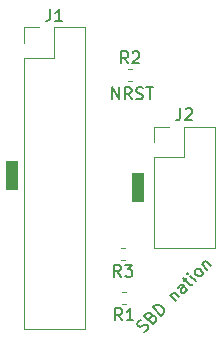
<source format=gto>
%TF.GenerationSoftware,KiCad,Pcbnew,(5.1.6-0-10_14)*%
%TF.CreationDate,2022-06-04T16:36:40-05:00*%
%TF.ProjectId,programmer_adapter_v2,70726f67-7261-46d6-9d65-725f61646170,rev?*%
%TF.SameCoordinates,Original*%
%TF.FileFunction,Legend,Top*%
%TF.FilePolarity,Positive*%
%FSLAX46Y46*%
G04 Gerber Fmt 4.6, Leading zero omitted, Abs format (unit mm)*
G04 Created by KiCad (PCBNEW (5.1.6-0-10_14)) date 2022-06-04 16:36:40*
%MOMM*%
%LPD*%
G01*
G04 APERTURE LIST*
%ADD10C,0.100000*%
%ADD11C,0.150000*%
%ADD12C,0.120000*%
%ADD13R,1.800000X1.800000*%
%ADD14O,1.800000X1.800000*%
G04 APERTURE END LIST*
D10*
G36*
X78015200Y-67864600D02*
G01*
X77989800Y-67864600D01*
X78015200Y-67890000D01*
X77050000Y-67890000D01*
X77050000Y-65527800D01*
X78015200Y-65527800D01*
X78015200Y-67864600D01*
G37*
X78015200Y-67864600D02*
X77989800Y-67864600D01*
X78015200Y-67890000D01*
X77050000Y-67890000D01*
X77050000Y-65527800D01*
X78015200Y-65527800D01*
X78015200Y-67864600D01*
G36*
X67360800Y-66852800D02*
G01*
X67335400Y-66852800D01*
X67360800Y-66878200D01*
X66395600Y-66878200D01*
X66395600Y-64516000D01*
X67360800Y-64516000D01*
X67360800Y-66852800D01*
G37*
X67360800Y-66852800D02*
X67335400Y-66852800D01*
X67360800Y-66878200D01*
X66395600Y-66878200D01*
X66395600Y-64516000D01*
X67360800Y-64516000D01*
X67360800Y-66852800D01*
D11*
X75420742Y-59278780D02*
X75420742Y-58278780D01*
X75992171Y-59278780D01*
X75992171Y-58278780D01*
X77039790Y-59278780D02*
X76706457Y-58802590D01*
X76468361Y-59278780D02*
X76468361Y-58278780D01*
X76849314Y-58278780D01*
X76944552Y-58326400D01*
X76992171Y-58374019D01*
X77039790Y-58469257D01*
X77039790Y-58612114D01*
X76992171Y-58707352D01*
X76944552Y-58754971D01*
X76849314Y-58802590D01*
X76468361Y-58802590D01*
X77420742Y-59231161D02*
X77563600Y-59278780D01*
X77801695Y-59278780D01*
X77896933Y-59231161D01*
X77944552Y-59183542D01*
X77992171Y-59088304D01*
X77992171Y-58993066D01*
X77944552Y-58897828D01*
X77896933Y-58850209D01*
X77801695Y-58802590D01*
X77611219Y-58754971D01*
X77515980Y-58707352D01*
X77468361Y-58659733D01*
X77420742Y-58564495D01*
X77420742Y-58469257D01*
X77468361Y-58374019D01*
X77515980Y-58326400D01*
X77611219Y-58278780D01*
X77849314Y-58278780D01*
X77992171Y-58326400D01*
X78277885Y-58278780D02*
X78849314Y-58278780D01*
X78563600Y-59278780D02*
X78563600Y-58278780D01*
X78097782Y-78984637D02*
X78232469Y-78917293D01*
X78400828Y-78748934D01*
X78434500Y-78647919D01*
X78434500Y-78580575D01*
X78400828Y-78479560D01*
X78333485Y-78412217D01*
X78232469Y-78378545D01*
X78165126Y-78378545D01*
X78064111Y-78412217D01*
X77895752Y-78513232D01*
X77794736Y-78546904D01*
X77727393Y-78546904D01*
X77626378Y-78513232D01*
X77559034Y-78445888D01*
X77525362Y-78344873D01*
X77525362Y-78277530D01*
X77559034Y-78176514D01*
X77727393Y-78008156D01*
X77862080Y-77940812D01*
X78703874Y-77705110D02*
X78838561Y-77637766D01*
X78905904Y-77637766D01*
X79006920Y-77671438D01*
X79107935Y-77772453D01*
X79141607Y-77873469D01*
X79141607Y-77940812D01*
X79107935Y-78041827D01*
X78838561Y-78311201D01*
X78131454Y-77604095D01*
X78367156Y-77368392D01*
X78468172Y-77334721D01*
X78535515Y-77334721D01*
X78636530Y-77368392D01*
X78703874Y-77435736D01*
X78737546Y-77536751D01*
X78737546Y-77604095D01*
X78703874Y-77705110D01*
X78468172Y-77940812D01*
X79545668Y-77604095D02*
X78838561Y-76896988D01*
X79006920Y-76728629D01*
X79141607Y-76661286D01*
X79276294Y-76661286D01*
X79377309Y-76694957D01*
X79545668Y-76795973D01*
X79646683Y-76896988D01*
X79747698Y-77065347D01*
X79781370Y-77166362D01*
X79781370Y-77301049D01*
X79714026Y-77435736D01*
X79545668Y-77604095D01*
X80320118Y-75886835D02*
X80791522Y-76358240D01*
X80387461Y-75954179D02*
X80387461Y-75886835D01*
X80421133Y-75785820D01*
X80522148Y-75684805D01*
X80623164Y-75651133D01*
X80724179Y-75684805D01*
X81094568Y-76055194D01*
X81734331Y-75415431D02*
X81363942Y-75045042D01*
X81262927Y-75011370D01*
X81161912Y-75045042D01*
X81027225Y-75179729D01*
X80993553Y-75280744D01*
X81700660Y-75381759D02*
X81666988Y-75482774D01*
X81498629Y-75651133D01*
X81397614Y-75684805D01*
X81296599Y-75651133D01*
X81229255Y-75583790D01*
X81195583Y-75482774D01*
X81229255Y-75381759D01*
X81397614Y-75213400D01*
X81431286Y-75112385D01*
X81498629Y-74708324D02*
X81768003Y-74438950D01*
X81363942Y-74371607D02*
X81970034Y-74977698D01*
X82071049Y-75011370D01*
X82172064Y-74977698D01*
X82239408Y-74910355D01*
X82475110Y-74674652D02*
X82003705Y-74203248D01*
X81768003Y-73967546D02*
X81768003Y-74034889D01*
X81835347Y-74034889D01*
X81835347Y-73967546D01*
X81768003Y-73967546D01*
X81835347Y-74034889D01*
X82912843Y-74236920D02*
X82811827Y-74270591D01*
X82744484Y-74270591D01*
X82643469Y-74236920D01*
X82441438Y-74034889D01*
X82407766Y-73933874D01*
X82407766Y-73866530D01*
X82441438Y-73765515D01*
X82542453Y-73664500D01*
X82643469Y-73630828D01*
X82710812Y-73630828D01*
X82811827Y-73664500D01*
X83013858Y-73866530D01*
X83047530Y-73967546D01*
X83047530Y-74034889D01*
X83013858Y-74135904D01*
X82912843Y-74236920D01*
X82980186Y-73226767D02*
X83451591Y-73698172D01*
X83047530Y-73294111D02*
X83047530Y-73226767D01*
X83081201Y-73125752D01*
X83182217Y-73024736D01*
X83283232Y-72991065D01*
X83384247Y-73024736D01*
X83754637Y-73395126D01*
D12*
X67900000Y-78720000D02*
X73100000Y-78720000D01*
X67900000Y-55800000D02*
X67900000Y-78720000D01*
X73100000Y-53200000D02*
X73100000Y-78720000D01*
X67900000Y-55800000D02*
X70500000Y-55800000D01*
X70500000Y-55800000D02*
X70500000Y-53200000D01*
X70500000Y-53200000D02*
X73100000Y-53200000D01*
X67900000Y-54530000D02*
X67900000Y-53200000D01*
X67900000Y-53200000D02*
X69230000Y-53200000D01*
X76574467Y-76608400D02*
X76231933Y-76608400D01*
X76574467Y-75588400D02*
X76231933Y-75588400D01*
X76748733Y-57720000D02*
X77091267Y-57720000D01*
X76748733Y-56700000D02*
X77091267Y-56700000D01*
X76486867Y-72925400D02*
X76144333Y-72925400D01*
X76486867Y-71905400D02*
X76144333Y-71905400D01*
X78910000Y-61590000D02*
X80240000Y-61590000D01*
X78910000Y-62920000D02*
X78910000Y-61590000D01*
X81510000Y-61590000D02*
X84110000Y-61590000D01*
X81510000Y-64190000D02*
X81510000Y-61590000D01*
X78910000Y-64190000D02*
X81510000Y-64190000D01*
X84110000Y-61590000D02*
X84110000Y-71870000D01*
X78910000Y-64190000D02*
X78910000Y-71870000D01*
X78910000Y-71870000D02*
X84110000Y-71870000D01*
D11*
X70166666Y-51652380D02*
X70166666Y-52366666D01*
X70119047Y-52509523D01*
X70023809Y-52604761D01*
X69880952Y-52652380D01*
X69785714Y-52652380D01*
X71166666Y-52652380D02*
X70595238Y-52652380D01*
X70880952Y-52652380D02*
X70880952Y-51652380D01*
X70785714Y-51795238D01*
X70690476Y-51890476D01*
X70595238Y-51938095D01*
X76236533Y-77980780D02*
X75903200Y-77504590D01*
X75665104Y-77980780D02*
X75665104Y-76980780D01*
X76046057Y-76980780D01*
X76141295Y-77028400D01*
X76188914Y-77076019D01*
X76236533Y-77171257D01*
X76236533Y-77314114D01*
X76188914Y-77409352D01*
X76141295Y-77456971D01*
X76046057Y-77504590D01*
X75665104Y-77504590D01*
X77188914Y-77980780D02*
X76617485Y-77980780D01*
X76903200Y-77980780D02*
X76903200Y-76980780D01*
X76807961Y-77123638D01*
X76712723Y-77218876D01*
X76617485Y-77266495D01*
X76753333Y-56232380D02*
X76420000Y-55756190D01*
X76181904Y-56232380D02*
X76181904Y-55232380D01*
X76562857Y-55232380D01*
X76658095Y-55280000D01*
X76705714Y-55327619D01*
X76753333Y-55422857D01*
X76753333Y-55565714D01*
X76705714Y-55660952D01*
X76658095Y-55708571D01*
X76562857Y-55756190D01*
X76181904Y-55756190D01*
X77134285Y-55327619D02*
X77181904Y-55280000D01*
X77277142Y-55232380D01*
X77515238Y-55232380D01*
X77610476Y-55280000D01*
X77658095Y-55327619D01*
X77705714Y-55422857D01*
X77705714Y-55518095D01*
X77658095Y-55660952D01*
X77086666Y-56232380D01*
X77705714Y-56232380D01*
X76148933Y-74297780D02*
X75815600Y-73821590D01*
X75577504Y-74297780D02*
X75577504Y-73297780D01*
X75958457Y-73297780D01*
X76053695Y-73345400D01*
X76101314Y-73393019D01*
X76148933Y-73488257D01*
X76148933Y-73631114D01*
X76101314Y-73726352D01*
X76053695Y-73773971D01*
X75958457Y-73821590D01*
X75577504Y-73821590D01*
X76482266Y-73297780D02*
X77101314Y-73297780D01*
X76767980Y-73678733D01*
X76910838Y-73678733D01*
X77006076Y-73726352D01*
X77053695Y-73773971D01*
X77101314Y-73869209D01*
X77101314Y-74107304D01*
X77053695Y-74202542D01*
X77006076Y-74250161D01*
X76910838Y-74297780D01*
X76625123Y-74297780D01*
X76529885Y-74250161D01*
X76482266Y-74202542D01*
X81176666Y-60042380D02*
X81176666Y-60756666D01*
X81129047Y-60899523D01*
X81033809Y-60994761D01*
X80890952Y-61042380D01*
X80795714Y-61042380D01*
X81605238Y-60137619D02*
X81652857Y-60090000D01*
X81748095Y-60042380D01*
X81986190Y-60042380D01*
X82081428Y-60090000D01*
X82129047Y-60137619D01*
X82176666Y-60232857D01*
X82176666Y-60328095D01*
X82129047Y-60470952D01*
X81557619Y-61042380D01*
X82176666Y-61042380D01*
%LPC*%
D13*
X69230000Y-54530000D03*
D14*
X71770000Y-54530000D03*
X69230000Y-57070000D03*
X71770000Y-57070000D03*
X69230000Y-59610000D03*
X71770000Y-59610000D03*
X69230000Y-62150000D03*
X71770000Y-62150000D03*
X69230000Y-64690000D03*
X71770000Y-64690000D03*
X69230000Y-67230000D03*
X71770000Y-67230000D03*
X69230000Y-69770000D03*
X71770000Y-69770000D03*
X69230000Y-72310000D03*
X71770000Y-72310000D03*
X69230000Y-74850000D03*
X71770000Y-74850000D03*
X69230000Y-77390000D03*
X71770000Y-77390000D03*
G36*
G01*
X77853200Y-75835900D02*
X77853200Y-76360900D01*
G75*
G02*
X77590700Y-76623400I-262500J0D01*
G01*
X76965700Y-76623400D01*
G75*
G02*
X76703200Y-76360900I0J262500D01*
G01*
X76703200Y-75835900D01*
G75*
G02*
X76965700Y-75573400I262500J0D01*
G01*
X77590700Y-75573400D01*
G75*
G02*
X77853200Y-75835900I0J-262500D01*
G01*
G37*
G36*
G01*
X76103200Y-75835900D02*
X76103200Y-76360900D01*
G75*
G02*
X75840700Y-76623400I-262500J0D01*
G01*
X75215700Y-76623400D01*
G75*
G02*
X74953200Y-76360900I0J262500D01*
G01*
X74953200Y-75835900D01*
G75*
G02*
X75215700Y-75573400I262500J0D01*
G01*
X75840700Y-75573400D01*
G75*
G02*
X76103200Y-75835900I0J-262500D01*
G01*
G37*
G36*
G01*
X77220000Y-57472500D02*
X77220000Y-56947500D01*
G75*
G02*
X77482500Y-56685000I262500J0D01*
G01*
X78107500Y-56685000D01*
G75*
G02*
X78370000Y-56947500I0J-262500D01*
G01*
X78370000Y-57472500D01*
G75*
G02*
X78107500Y-57735000I-262500J0D01*
G01*
X77482500Y-57735000D01*
G75*
G02*
X77220000Y-57472500I0J262500D01*
G01*
G37*
G36*
G01*
X75470000Y-57472500D02*
X75470000Y-56947500D01*
G75*
G02*
X75732500Y-56685000I262500J0D01*
G01*
X76357500Y-56685000D01*
G75*
G02*
X76620000Y-56947500I0J-262500D01*
G01*
X76620000Y-57472500D01*
G75*
G02*
X76357500Y-57735000I-262500J0D01*
G01*
X75732500Y-57735000D01*
G75*
G02*
X75470000Y-57472500I0J262500D01*
G01*
G37*
G36*
G01*
X77765600Y-72152900D02*
X77765600Y-72677900D01*
G75*
G02*
X77503100Y-72940400I-262500J0D01*
G01*
X76878100Y-72940400D01*
G75*
G02*
X76615600Y-72677900I0J262500D01*
G01*
X76615600Y-72152900D01*
G75*
G02*
X76878100Y-71890400I262500J0D01*
G01*
X77503100Y-71890400D01*
G75*
G02*
X77765600Y-72152900I0J-262500D01*
G01*
G37*
G36*
G01*
X76015600Y-72152900D02*
X76015600Y-72677900D01*
G75*
G02*
X75753100Y-72940400I-262500J0D01*
G01*
X75128100Y-72940400D01*
G75*
G02*
X74865600Y-72677900I0J262500D01*
G01*
X74865600Y-72152900D01*
G75*
G02*
X75128100Y-71890400I262500J0D01*
G01*
X75753100Y-71890400D01*
G75*
G02*
X76015600Y-72152900I0J-262500D01*
G01*
G37*
D13*
X80240000Y-62920000D03*
D14*
X82780000Y-62920000D03*
X80240000Y-65460000D03*
X82780000Y-65460000D03*
X80240000Y-68000000D03*
X82780000Y-68000000D03*
X80240000Y-70540000D03*
X82780000Y-70540000D03*
M02*

</source>
